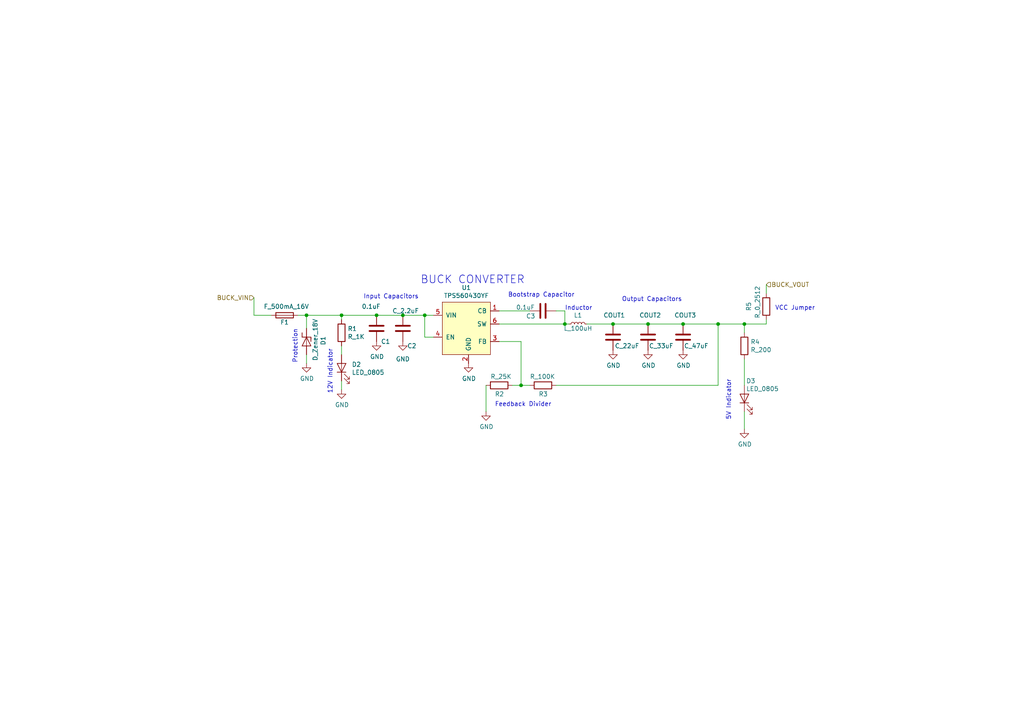
<source format=kicad_sch>
(kicad_sch (version 20211123) (generator eeschema)
  (paper "A4")
  (lib_symbols
    (symbol "OEM:0.1uF" (pin_numbers hide) (pin_names (offset 0.254))
      (property "Reference" "C" (at 0.635 2.54 0))
      (property "Value" "0.1uF" (at 0.635 -2.54 0))
      (symbol "0.1uF_0_1"
        (polyline (pts (xy -2.032 -0.762) (xy 2.032 -0.762)) (stroke (width 0.508)))
        (polyline (pts (xy -2.032 0.762) (xy 2.032 0.762)) (stroke (width 0.508)))
      )
      (symbol "0.1uF_1_1"
        (pin passive line (at 0 3.81 270) (length 2.794) (name "~") (number "1"))
        (pin passive line (at 0 -3.81 90) (length 2.794) (name "~") (number "2"))
      )
    )
    (symbol "formula:C_2.2uF" (pin_numbers hide) (pin_names (offset 0.254))
      (property "Reference" "C" (at 0.635 3.81 0))
      (property "Value" "C_2.2uF" (at 0.635 -1.27 0))
      (symbol "C_2.2uF_0_1"
        (polyline (pts (xy -2.032 0.508) (xy 2.032 0.508)) (stroke (width 0.508)))
        (polyline (pts (xy -2.032 2.032) (xy 2.032 2.032)) (stroke (width 0.508)))
      )
      (symbol "C_2.2uF_1_1"
        (pin passive line (at 0 5.08 270) (length 2.794) (name "~") (number "1"))
        (pin passive line (at 0 -2.54 90) (length 2.794) (name "~") (number "2"))
      )
    )
    (symbol "formula:C_22uF" (pin_numbers hide) (pin_names (offset 0.254))
      (property "Reference" "C" (at 0.635 2.54 0))
      (property "Value" "C_22uF" (at 0.635 -2.54 0))
      (symbol "C_22uF_0_1"
        (polyline (pts (xy -2.032 -0.762) (xy 2.032 -0.762)) (stroke (width 0.508)))
        (polyline (pts (xy -2.032 0.762) (xy 2.032 0.762)) (stroke (width 0.508)))
      )
      (symbol "C_22uF_1_1"
        (pin passive line (at 0 3.81 270) (length 2.794) (name "~") (number "1"))
        (pin passive line (at 0 -3.81 90) (length 2.794) (name "~") (number "2"))
      )
    )
    (symbol "formula:C_33uF" (pin_numbers hide) (pin_names (offset 0.254))
      (property "Reference" "C" (at 0.635 2.54 0))
      (property "Value" "C_33uF" (at 2.54 -7.62 0))
      (symbol "C_33uF_0_1"
        (polyline (pts (xy -2.032 -0.762) (xy 2.032 -0.762)) (stroke (width 0.508)))
        (polyline (pts (xy -2.032 0.762) (xy 2.032 0.762)) (stroke (width 0.508)))
      )
      (symbol "C_33uF_1_1"
        (pin passive line (at 0 3.81 270) (length 2.794) (name "~") (number "1"))
        (pin passive line (at 0 -3.81 90) (length 2.794) (name "~") (number "2"))
      )
    )
    (symbol "formula:C_47uF" (pin_numbers hide) (pin_names (offset 0.254))
      (property "Reference" "C" (at 0.635 2.54 0))
      (property "Value" "C_47uF" (at 0.635 -2.54 0))
      (symbol "C_47uF_0_1"
        (polyline (pts (xy -2.032 -0.762) (xy 2.032 -0.762)) (stroke (width 0.508)))
        (polyline (pts (xy -2.032 0.762) (xy 2.032 0.762)) (stroke (width 0.508)))
      )
      (symbol "C_47uF_1_1"
        (pin passive line (at 0 3.81 270) (length 2.794) (name "~") (number "1"))
        (pin passive line (at 0 -3.81 90) (length 2.794) (name "~") (number "2"))
      )
    )
    (symbol "formula:D_Zener_18V" (pin_numbers hide) (pin_names (offset 1.016) hide)
      (property "Reference" "D" (at 0 2.54 0))
      (property "Value" "D_Zener_18V" (at 0 -2.54 0))
      (symbol "D_Zener_18V_0_1"
        (polyline (pts (xy -1.27 -1.27) (xy -2.54 -1.27)) (stroke (width 0.2032)))
        (polyline (pts (xy -1.27 1.27) (xy 0 1.27)) (stroke (width 0.2032)))
        (polyline (pts (xy 1.27 0) (xy -1.27 0)))
        (polyline (pts (xy -1.27 -1.27) (xy -1.27 1.27) (xy -0.762 1.27)) (stroke (width 0.2032)))
        (polyline (pts (xy 1.27 -1.27) (xy 1.27 1.27) (xy -1.27 0) (xy 1.27 -1.27)) (stroke (width 0.2032)))
      )
      (symbol "D_Zener_18V_1_1"
        (pin passive line (at -3.81 0 0) (length 2.54) (name "K") (number "1"))
        (pin passive line (at 3.81 0 180) (length 2.54) (name "A") (number "2"))
      )
    )
    (symbol "formula:F_500mA_16V" (pin_numbers hide) (pin_names (offset 0))
      (property "Reference" "F" (at 2.032 0 90))
      (property "Value" "F_500mA_16V" (at -1.905 0 90))
      (symbol "F_500mA_16V_0_1"
        (rectangle (start -0.762 -2.54) (end 0.762 2.54) (stroke (width 0.254)))
        (polyline (pts (xy 0 2.54) (xy 0 -2.54)))
      )
      (symbol "F_500mA_16V_1_1"
        (pin passive line (at 0 3.81 270) (length 1.27) (name "~") (number "1"))
        (pin passive line (at 0 -3.81 90) (length 1.27) (name "~") (number "2"))
      )
    )
    (symbol "formula:LED_0805" (pin_numbers hide) (pin_names (offset 1.016) hide)
      (property "Reference" "D" (at 0 -2.54 0))
      (property "Value" "LED_0805" (at 0 2.54 0))
      (symbol "LED_0805_0_1"
        (polyline (pts (xy -1.27 -1.27) (xy -1.27 1.27)) (stroke (width 0.2032)))
        (polyline (pts (xy -1.27 0) (xy 1.27 0)))
        (polyline (pts (xy 1.27 -1.27) (xy 1.27 1.27) (xy -1.27 0) (xy 1.27 -1.27)) (stroke (width 0.2032)))
        (polyline (pts (xy -3.048 -0.762) (xy -4.572 -2.286) (xy -3.81 -2.286) (xy -4.572 -2.286) (xy -4.572 -1.524)))
        (polyline (pts (xy -1.778 -0.762) (xy -3.302 -2.286) (xy -2.54 -2.286) (xy -3.302 -2.286) (xy -3.302 -1.524)))
      )
      (symbol "LED_0805_1_1"
        (pin passive line (at -3.81 0 0) (length 2.54) (name "K") (number "1"))
        (pin passive line (at 3.81 0 180) (length 2.54) (name "A") (number "2"))
      )
    )
    (symbol "formula:L_100uH" (pin_numbers hide) (pin_names (offset 1.016) hide)
      (property "Reference" "L" (at 0 -1.27 0))
      (property "Value" "L_100uH" (at 0 2.54 0))
      (symbol "L_100uH_1_1"
        (arc (start -1.016 0) (mid -1.524 0.508) (end -2.032 0))
        (arc (start 0 0) (mid -0.508 0.508) (end -1.016 0))
        (arc (start 1.016 0) (mid 0.508 0.508) (end 0 0))
        (arc (start 2.032 0) (mid 1.524 0.508) (end 1.016 0))
        (pin passive line (at -2.54 0 0) (length 0.508) (name "~") (number "1"))
        (pin passive line (at 2.54 0 180) (length 0.508) (name "~") (number "2"))
      )
    )
    (symbol "formula:R_0_2512" (pin_numbers hide) (pin_names (offset 0))
      (property "Reference" "R" (at 2.032 0 90))
      (property "Value" "R_0_2512" (at -2.54 0 90))
      (symbol "R_0_2512_0_1"
        (rectangle (start -1.016 -2.54) (end 1.016 2.54) (stroke (width 0.254)))
      )
      (symbol "R_0_2512_1_1"
        (pin passive line (at 0 3.81 270) (length 1.27) (name "~") (number "1"))
        (pin passive line (at 0 -3.81 90) (length 1.27) (name "~") (number "2"))
      )
    )
    (symbol "formula:R_100K" (pin_numbers hide) (pin_names (offset 0))
      (property "Reference" "R" (at 2.032 0 90))
      (property "Value" "R_100K" (at -2.54 0 90))
      (symbol "R_100K_0_1"
        (rectangle (start -1.016 -2.54) (end 1.016 2.54) (stroke (width 0.254)))
      )
      (symbol "R_100K_1_1"
        (pin passive line (at 0 3.81 270) (length 1.27) (name "~") (number "1"))
        (pin passive line (at 0 -3.81 90) (length 1.27) (name "~") (number "2"))
      )
    )
    (symbol "formula:R_1K" (pin_numbers hide) (pin_names (offset 0))
      (property "Reference" "R" (at 2.032 0 90))
      (property "Value" "R_1K" (at -2.54 0 90))
      (symbol "R_1K_0_1"
        (rectangle (start -1.016 -2.54) (end 1.016 2.54) (stroke (width 0.254)))
      )
      (symbol "R_1K_1_1"
        (pin passive line (at 0 3.81 270) (length 1.27) (name "~") (number "1"))
        (pin passive line (at 0 -3.81 90) (length 1.27) (name "~") (number "2"))
      )
    )
    (symbol "formula:R_200" (pin_numbers hide) (pin_names (offset 0))
      (property "Reference" "R" (at 2.032 0 90))
      (property "Value" "R_200" (at -2.54 0 90))
      (symbol "R_200_0_1"
        (rectangle (start -1.016 -2.54) (end 1.016 2.54) (stroke (width 0.254)))
      )
      (symbol "R_200_1_1"
        (pin passive line (at 0 3.81 270) (length 1.27) (name "~") (number "1"))
        (pin passive line (at 0 -3.81 90) (length 1.27) (name "~") (number "2"))
      )
    )
    (symbol "formula:R_25K" (pin_numbers hide) (pin_names (offset 0))
      (property "Reference" "R" (at 6.35 0 90))
      (property "Value" "R_25K" (at 5.08 5.08 0))
      (symbol "R_25K_0_1"
        (rectangle (start -1.016 -2.54) (end 1.016 2.54) (stroke (width 0.254)))
      )
      (symbol "R_25K_1_1"
        (pin passive line (at 0 3.81 270) (length 1.27) (name "~") (number "1"))
        (pin passive line (at 0 -3.81 90) (length 1.27) (name "~") (number "2"))
      )
    )
    (symbol "formula:TPS560430YF" (pin_names (offset 1.016))
      (property "Reference" "U" (at -5.08 -8.89 0))
      (property "Value" "TPS560430YF" (at 0 10.16 0))
      (symbol "TPS560430YF_0_1"
        (rectangle (start -6.35 -2.54) (end -6.35 -2.54))
        (rectangle (start -6.35 7.62) (end 7.62 -7.62) (fill (type background)))
      )
      (symbol "TPS560430YF_1_1"
        (pin bidirectional line (at 10.16 5.08 180) (length 2.54) (name "CB") (number "1"))
        (pin power_in line (at 1.27 -10.16 90) (length 2.54) (name "GND") (number "2"))
        (pin input line (at 10.16 -3.81 180) (length 2.54) (name "FB") (number "3"))
        (pin input line (at -8.89 -2.54 0) (length 2.54) (name "EN") (number "4"))
        (pin power_in line (at -8.89 3.81 0) (length 2.54) (name "VIN") (number "5"))
        (pin output line (at 10.16 1.27 180) (length 2.54) (name "SW") (number "6"))
      )
    )
    (symbol "power:GND" (power) (pin_names (offset 0))
      (property "Value" "GND" (at 0 -3.81 0))
      (symbol "GND_0_1"
        (polyline (pts (xy 0 0) (xy 0 -1.27) (xy 1.27 -1.27) (xy 0 -2.54) (xy -1.27 -1.27) (xy 0 -1.27)))
      )
      (symbol "GND_1_1"
        (pin power_in line (at 0 0 270) (length 0) hide (name "GND") (number "1"))
      )
    )
  )
  (junction (at 215.9 93.98))
  (junction (at 163.83 93.98))
  (junction (at 208.28 93.98))
  (junction (at 187.96 93.98))
  (junction (at 88.9 91.44))
  (junction (at 116.84 91.44))
  (junction (at 177.8 93.98))
  (junction (at 198.12 93.98))
  (junction (at 99.06 91.44))
  (junction (at 151.13 111.76))
  (junction (at 123.19 91.44))
  (junction (at 109.22 91.44))
  (wire (pts (xy 215.9 104.14) (xy 215.9 111.76)))
  (wire (pts (xy 99.06 91.44) (xy 99.06 92.71)))
  (wire (pts (xy 88.9 91.44) (xy 99.06 91.44)))
  (wire (pts (xy 109.22 91.44) (xy 116.84 91.44)))
  (wire (pts (xy 170.18 93.98) (xy 177.8 93.98)))
  (wire (pts (xy 215.9 119.38) (xy 215.9 124.46)))
  (wire (pts (xy 99.06 110.49) (xy 99.06 113.03)))
  (wire (pts (xy 187.96 93.98) (xy 198.12 93.98)))
  (wire (pts (xy 161.29 111.76) (xy 208.28 111.76)))
  (wire (pts (xy 215.9 93.98) (xy 222.25 93.98)))
  (wire (pts (xy 99.06 100.33) (xy 99.06 102.87)))
  (wire (pts (xy 151.13 99.06) (xy 151.13 111.76)))
  (wire (pts (xy 123.19 97.79) (xy 123.19 91.44)))
  (wire (pts (xy 73.66 91.44) (xy 78.74 91.44)))
  (wire (pts (xy 125.73 97.79) (xy 123.19 97.79)))
  (wire (pts (xy 73.66 86.36) (xy 73.66 91.44)))
  (wire (pts (xy 123.19 91.44) (xy 125.73 91.44)))
  (wire (pts (xy 215.9 96.52) (xy 215.9 93.98)))
  (wire (pts (xy 99.06 91.44) (xy 109.22 91.44)))
  (wire (pts (xy 198.12 93.98) (xy 208.28 93.98)))
  (wire (pts (xy 222.25 93.98) (xy 222.25 92.71)))
  (wire (pts (xy 163.83 90.17) (xy 163.83 93.98)))
  (wire (pts (xy 116.84 91.44) (xy 123.19 91.44)))
  (wire (pts (xy 88.9 102.87) (xy 88.9 105.41)))
  (wire (pts (xy 177.8 93.98) (xy 187.96 93.98)))
  (wire (pts (xy 222.25 85.09) (xy 222.25 82.55)))
  (wire (pts (xy 151.13 111.76) (xy 153.67 111.76)))
  (wire (pts (xy 144.78 90.17) (xy 153.67 90.17)))
  (wire (pts (xy 148.59 111.76) (xy 151.13 111.76)))
  (wire (pts (xy 161.29 90.17) (xy 163.83 90.17)))
  (wire (pts (xy 208.28 111.76) (xy 208.28 93.98)))
  (wire (pts (xy 144.78 93.98) (xy 163.83 93.98)))
  (wire (pts (xy 86.36 91.44) (xy 88.9 91.44)))
  (wire (pts (xy 163.83 93.98) (xy 165.1 93.98)))
  (wire (pts (xy 144.78 99.06) (xy 151.13 99.06)))
  (wire (pts (xy 88.9 95.25) (xy 88.9 91.44)))
  (wire (pts (xy 140.97 111.76) (xy 140.97 119.38)))
  (wire (pts (xy 208.28 93.98) (xy 215.9 93.98)))
  (text "Inductor\n" (at 163.83 90.17 0) (effects (font (size 1.27 1.27)) (justify left bottom)))
  (text "12V Indicator" (at 96.52 114.3 90) (effects (font (size 1.27 1.27)) (justify left bottom)))
  (text "5V Indicator" (at 212.09 121.92 90) (effects (font (size 1.27 1.27)) (justify left bottom)))
  (text "VCC Jumper\n" (at 224.79 90.17 0) (effects (font (size 1.27 1.27)) (justify left bottom)))
  (text "Bootstrap Capacitor\n" (at 147.32 86.36 0) (effects (font (size 1.27 1.27)) (justify left bottom)))
  (text "Feedback Divider\n" (at 143.51 118.11 0) (effects (font (size 1.27 1.27)) (justify left bottom)))
  (text "BUCK CONVERTER\n" (at 121.92 82.55 0) (effects (font (size 2.2606 2.2606)) (justify left bottom)))
  (text "Input Capacitors\n\n" (at 105.41 88.9 0) (effects (font (size 1.27 1.27)) (justify left bottom)))
  (text "Output Capacitors\n" (at 180.34 87.63 0) (effects (font (size 1.27 1.27)) (justify left bottom)))
  (text "Protection\n" (at 86.36 105.41 90) (effects (font (size 1.27 1.27)) (justify left bottom)))
  (hierarchical_label "BUCK_VIN" (shape input) (at 73.66 86.36 180))
  (hierarchical_label "BUCK_VOUT" (shape input) (at 222.25 82.55 0))
  (symbol (lib_id "formula:R_0_2512") (at 222.25 88.9 0) (unit 1)
    (property "Reference" "R5" (at 217.17 88.9 90))
    (property "Value" "R_0_2512" (at 219.71 87.63 90))
    (property "Footprint" "footprints:R_2512_OEM" (effects hide))
    (property "Datasheet" "http://www.te.com/commerce/DocumentDelivery/DDEController?Action=srchrtrv&DocNm=9-1773463-7&DocType=DS&DocLang=English" (effects hide))
    (property "MFN" "DK" (effects hide))
    (property "MPN" "A121322CT-ND" (effects hide))
    (property "PurchasingLink" "https://www.digikey.com/products/en?keywords=A121322CT-ND" (effects hide))
  )
  (symbol (lib_id "formula:LED_0805") (at 215.9 115.57 90) (unit 1)
    (property "Reference" "D3" (at 216.408 110.49 90) (effects (justify right)))
    (property "Value" "LED_0805" (at 216.408 112.776 90) (effects (justify right)))
    (property "Footprint" "footprints:LED_0805_OEM" (effects hide))
    (property "Datasheet" "http://www.osram-os.com/Graphics/XPic9/00078860_0.pdf" (effects hide))
    (property "MFN" "DK" (effects hide))
    (property "MPN" "475-1410-1-ND" (effects hide))
    (property "PurchasingLink" "https://www.digikey.com/products/en?keywords=475-1410-1-ND" (effects hide))
  )
  (symbol (lib_id "power:GND") (at 187.96 101.6 0) (unit 1)
    (property "Reference" "#PWR?" (effects hide))
    (property "Value" "GND" (at 188.087 105.9942 0))
  )
  (symbol (lib_id "power:GND") (at 140.97 119.38 0) (unit 1)
    (property "Reference" "#PWR?" (effects hide))
    (property "Value" "GND" (at 141.097 123.7742 0))
  )
  (symbol (lib_id "OEM:0.1uF") (at 157.48 90.17 90) (unit 1)
    (property "Reference" "C3" (at 153.924 91.694 90))
    (property "Value" "0.1uF" (at 152.4 89.154 90))
    (property "Footprint" "footprints:C_0805_OEM" (effects hide))
    (property "Datasheet" "http://datasheets.avx.com/X7RDielectric.pdf" (effects hide))
    (property "MFN" "DK" (effects hide))
    (property "MPN" "478-3352-1-ND" (effects hide))
    (property "PurchasingLink" "https://www.digikey.com/products/en?keywords=478-3352-1-ND" (effects hide))
  )
  (symbol (lib_id "power:GND") (at 99.06 113.03 0) (unit 1)
    (property "Reference" "#PWR?" (effects hide))
    (property "Value" "GND" (at 99.187 117.4242 0))
  )
  (symbol (lib_id "power:GND") (at 198.12 101.6 0) (unit 1)
    (property "Reference" "#PWR?" (effects hide))
    (property "Value" "GND" (at 198.247 105.9942 0))
  )
  (symbol (lib_id "formula:C_33uF") (at 187.96 97.79 0) (unit 1)
    (property "Reference" "COUT2" (at 185.42 91.44 0) (effects (justify left)))
    (property "Value" "C_33uF" (at 188.214 100.33 0) (effects (justify left)))
    (property "Footprint" "footprints:Fuse_1812" (effects hide))
    (property "Datasheet" "https://product.tdk.com/info/en/catalog/datasheets/mlcc_commercial_general_en.pdf" (effects hide))
    (property "MFN" "C4532X7R1C336M250KC" (effects hide))
    (property "MPN" "445-3924-1-ND" (effects hide))
    (property "PurchasingLink" "https://www.digikey.com/product-detail/en/tdk-corporation/C4532X7R1C336M250KC/445-3924-1-ND/1923431" (effects hide))
  )
  (symbol (lib_id "formula:C_22uF") (at 177.8 97.79 0) (unit 1)
    (property "Reference" "COUT1" (at 175.006 91.44 0) (effects (justify left)))
    (property "Value" "C_22uF" (at 178.308 100.33 0) (effects (justify left)))
    (property "Footprint" "footprints:C_1206_OEM" (effects hide))
    (property "Datasheet" "https://product.tdk.com/info/en/catalog/datasheets/mlcc_commercial_general_en.pdf" (effects hide))
    (property "MFN" "DK" (effects hide))
    (property "MPN" "445-11693-1-ND" (effects hide))
    (property "PurchasingLink" "https://www.digikey.com/product-detail/en/tdk-corporation/C3216JB1C226M160AB/445-11693-1-ND/3953359" (effects hide))
  )
  (symbol (lib_id "power:GND") (at 116.84 99.06 0) (unit 1)
    (property "Reference" "#PWR?" (effects hide))
    (property "Value" "GND" (at 116.84 104.14 0))
  )
  (symbol (lib_id "power:GND") (at 177.8 101.6 0) (unit 1)
    (property "Reference" "#PWR?" (effects hide))
    (property "Value" "GND" (at 177.927 105.9942 0))
  )
  (symbol (lib_id "formula:LED_0805") (at 99.06 106.68 90) (unit 1)
    (property "Reference" "D2" (at 102.0318 105.7148 90) (effects (justify right)))
    (property "Value" "LED_0805" (at 102.0318 108.0262 90) (effects (justify right)))
    (property "Footprint" "footprints:LED_0805_OEM" (effects hide))
    (property "Datasheet" "http://www.osram-os.com/Graphics/XPic9/00078860_0.pdf" (effects hide))
    (property "MFN" "DK" (effects hide))
    (property "MPN" "475-1410-1-ND" (effects hide))
    (property "PurchasingLink" "https://www.digikey.com/products/en?keywords=475-1410-1-ND" (effects hide))
  )
  (symbol (lib_id "formula:TPS560430YF") (at 134.62 95.25 0) (unit 1)
    (property "Reference" "U1" (at 135.255 83.439 0))
    (property "Value" "TPS560430YF" (at 135.255 85.7504 0))
    (property "Footprint" "footprints:SOT-23-6_OEM" (effects hide))
    (property "Datasheet" "http://www.ti.com/lit/ds/symlink/tps560430.pdf" (effects hide))
    (property "MPN" "TPS560430YFDBVR" (effects hide))
    (property "MFN" "TPS560430YFDBVR-ND" (effects hide))
    (property "Purchasing Link" "https://www.digikey.com/product-detail/en/texas-instruments/TPS560430XDBVR/296-50420-6-ND/9685813" (effects hide))
  )
  (symbol (lib_id "formula:R_200") (at 215.9 100.33 0) (unit 1)
    (property "Reference" "R4" (at 217.678 99.1616 0) (effects (justify left)))
    (property "Value" "R_200" (at 217.678 101.473 0) (effects (justify left)))
    (property "Footprint" "footprints:R_0805_OEM" (effects hide))
    (property "Datasheet" "https://www.seielect.com/Catalog/SEI-RMCF_RMCP.pdf" (effects hide))
    (property "MFN" "DK" (effects hide))
    (property "MPN" "RMCF0805JT200RCT-ND" (effects hide))
    (property "PurchasingLink" "https://www.digikey.com/products/en?keywords=RMCF0805JT200RCT-ND" (effects hide))
  )
  (symbol (lib_id "formula:C_2.2uF") (at 116.84 96.52 0) (unit 1)
    (property "Reference" "C2" (at 118.11 100.33 0) (effects (justify left)))
    (property "Value" "C_2.2uF" (at 113.792 90.17 0) (effects (justify left)))
    (property "Footprint" "OEM:C_0603" (effects hide))
    (property "Datasheet" "http://www.yageo.com/documents/recent/UPY-GPHC_X5R_4V-to-50V_25.pdf" (effects hide))
    (property "MFN" "DK" (effects hide))
    (property "MPN" "311-1451-1-ND" (effects hide))
    (property "PurchasingLink" "https://www.digikey.com/product-detail/en/yageo/CC0603KRX5R6BB225/311-1451-1-ND/2833757" (effects hide))
  )
  (symbol (lib_id "power:GND") (at 215.9 124.46 0) (unit 1)
    (property "Reference" "#PWR?" (effects hide))
    (property "Value" "GND" (at 216.027 128.8542 0))
  )
  (symbol (lib_id "power:GND") (at 109.22 99.06 0) (unit 1)
    (property "Reference" "#PWR?" (effects hide))
    (property "Value" "GND" (at 109.347 103.4542 0))
  )
  (symbol (lib_id "formula:R_100K") (at 157.48 111.76 270) (unit 1)
    (property "Reference" "R3" (at 156.21 114.3 90) (effects (justify left)))
    (property "Value" "R_100K" (at 153.67 109.22 90) (effects (justify left)))
    (property "Footprint" "footprints:R_0805_OEM" (effects hide))
    (property "Datasheet" "https://industrial.panasonic.com/cdbs/www-data/pdf/RDA0000/AOA0000C304.pdf" (effects hide))
    (property "MFN" "DK" (effects hide))
    (property "MPN" "P100KCCT-ND" (effects hide))
    (property "PurchasingLink" "https://www.digikey.com/product-detail/en/panasonic-electronic-components/ERJ-6ENF1003V/P100KCCT-ND/119551" (effects hide))
  )
  (symbol (lib_id "power:GND") (at 88.9 105.41 0) (unit 1)
    (property "Reference" "#PWR?" (effects hide))
    (property "Value" "GND" (at 89.027 109.8042 0))
  )
  (symbol (lib_id "formula:L_100uH") (at 167.64 93.98 0) (unit 1)
    (property "Reference" "L1" (at 167.64 91.44 0))
    (property "Value" "L_100uH" (at 167.64 95.25 0))
    (property "Footprint" "footprints:L_100uH_OEM" (effects hide))
    (property "Datasheet" "https://product.tdk.com/info/en/catalog/datasheets/inductor_commercial_decoupling_nlfv32-ef_en.pdf" (effects hide))
    (property "MFN" "Digikey" (effects hide))
    (property "MPN" "445-15759-1-ND" (effects hide))
    (property "Link" "https://www.digikey.com/product-detail/en/tdk-corporation/NLFV32T-101K-EF/445-15759-1-ND/4328055" (effects hide))
  )
  (symbol (lib_id "OEM:0.1uF") (at 109.22 95.25 0) (unit 1)
    (property "Reference" "C1" (at 110.49 99.06 0) (effects (justify left)))
    (property "Value" "0.1uF" (at 104.902 88.9 0) (effects (justify left)))
    (property "Footprint" "footprints:C_0805_OEM" (effects hide))
    (property "Datasheet" "http://datasheets.avx.com/X7RDielectric.pdf" (effects hide))
    (property "MFN" "DK" (effects hide))
    (property "MPN" "478-3352-1-ND" (effects hide))
    (property "PurchasingLink" "https://www.digikey.com/products/en?keywords=478-3352-1-ND" (effects hide))
  )
  (symbol (lib_id "power:GND") (at 135.89 105.41 0) (unit 1)
    (property "Reference" "#PWR?" (effects hide))
    (property "Value" "GND" (at 136.017 109.8042 0))
  )
  (symbol (lib_id "formula:C_47uF") (at 198.12 97.79 0) (unit 1)
    (property "Reference" "COUT3" (at 195.58 91.44 0) (effects (justify left)))
    (property "Value" "C_47uF" (at 198.374 100.33 0) (effects (justify left)))
    (property "Footprint" "footprints:C_0805_OEM" (effects hide))
    (property "Datasheet" "http://www.samsungsem.com/kr/support/product-search/mlcc/__icsFiles/afieldfile/2018/06/22/CL21A476MQYNNNG.pdf" (effects hide))
    (property "MFN" "DK" (effects hide))
    (property "MPN" "1276-6467-1-ND" (effects hide))
    (property "PurchasingLink" "https://www.digikey.com/product-detail/en/samsung-electro-mechanics/CL21A476MQYNNNG/1276-6467-1-ND/5958095" (effects hide))
  )
  (symbol (lib_id "formula:F_500mA_16V") (at 82.55 91.44 270) (unit 1)
    (property "Reference" "F1" (at 82.55 93.472 90))
    (property "Value" "F_500mA_16V" (at 83.058 88.9 90))
    (property "Footprint" "footprints:Fuse_1210" (effects hide))
    (property "Datasheet" "https://belfuse.com/resources/CircuitProtection/datasheets/0ZCH%20Nov2016.pdf" (effects hide))
    (property "MFN" "DK" (effects hide))
    (property "MPN" "507-1786-1-ND" (effects hide))
    (property "PurchasingLink" "https://www.digikey.com/product-detail/en/bel-fuse-inc/0ZCH0050FF2G/507-1786-1-ND/4156209" (effects hide))
  )
  (symbol (lib_id "formula:R_25K") (at 144.78 111.76 270) (unit 1)
    (property "Reference" "R2" (at 143.51 114.3 90) (effects (justify left)))
    (property "Value" "R_25K" (at 142.24 109.22 90) (effects (justify left)))
    (property "Footprint" "footprints:R_0805_OEM" (effects hide))
    (property "Datasheet" "https://www.te.com/commerce/DocumentDelivery/DDEController?Action=srchrtrv&DocNm=1773200-1&DocType=DS&DocLang=English" (effects hide))
    (property "MFN" "A124124CT-ND" (effects hide))
    (property "Digi-key Part Number" "CPF-A-0805B25KE" (effects hide))
    (property "PurchasingLink" "https://www.digikey.com/product-detail/en/te-connectivity-passive-product/CPF-A-0805B25KE/A124124CT-ND/5970044" (effects hide))
  )
  (symbol (lib_id "formula:R_1K") (at 99.06 96.52 0) (unit 1)
    (property "Reference" "R1" (at 100.838 95.3516 0) (effects (justify left)))
    (property "Value" "R_1K" (at 100.838 97.663 0) (effects (justify left)))
    (property "Footprint" "footprints:R_0805_OEM" (effects hide))
    (property "Datasheet" "https://www.seielect.com/Catalog/SEI-rncp.pdf" (effects hide))
    (property "MFN" "DK" (effects hide))
    (property "MPN" "RNCP0805FTD1K00CT-ND" (effects hide))
    (property "PurchasingLink" "https://www.digikey.com/products/en?keywords=RNCP0805FTD1K00CT-ND" (effects hide))
  )
  (symbol (lib_id "formula:D_Zener_18V") (at 88.9 99.06 270) (unit 1)
    (property "Reference" "D1" (at 93.726 98.806 0))
    (property "Value" "D_Zener_18V" (at 91.44 98.552 0))
    (property "Footprint" "footprints:DO-214AA" (effects hide))
    (property "Datasheet" "http://www.mccsemi.com/up_pdf/SMBJ5338B-SMBJ5388B(SMB).pdf" (effects hide))
    (property "MFN" "DK" (effects hide))
    (property "MPN" "SMBJ5355B-TPMSCT-ND" (effects hide))
    (property "PurchasingLink" "https://www.digikey.com/products/en?keywords=SMBJ5355B-TPMSCT-ND" (effects hide))
  )
)
</source>
